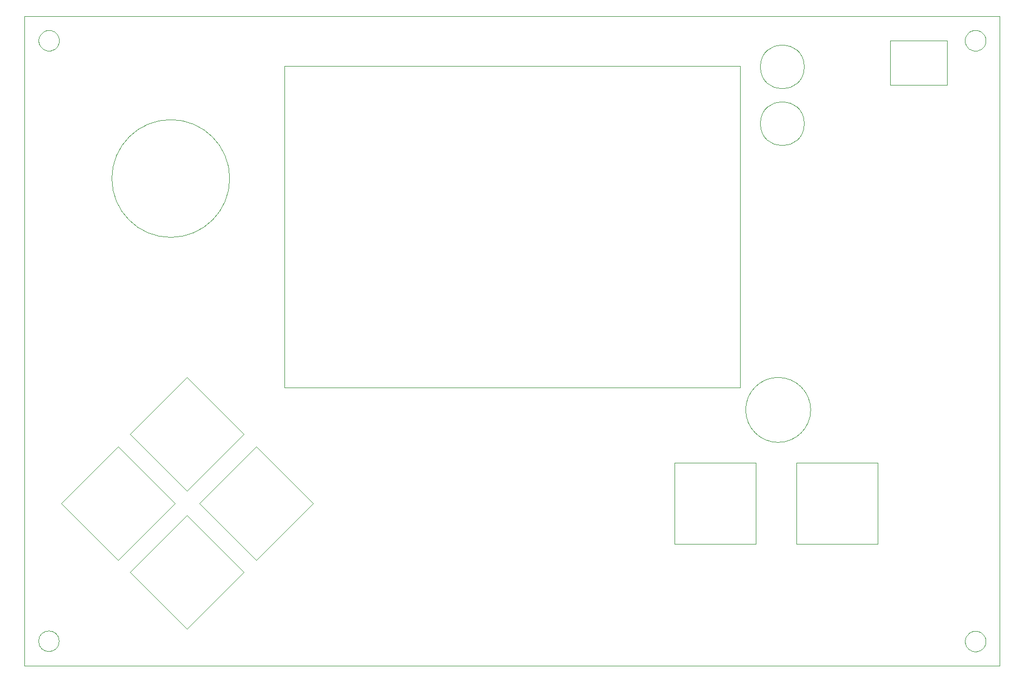
<source format=gbr>
G04 DipTrace 2.4.0.2*
%INTopCase.gbr*%
%MOIN*%
%ADD16C,0.0013*%
%ADD17C,0.0*%
%FSLAX44Y44*%
G04*
G70*
G90*
G75*
G01*
%LNTop Case*%
%LPD*%
X5375Y30000D2*
D16*
G02X5375Y30000I3625J0D01*
G01*
X10000Y17750D2*
D17*
X6500Y14250D1*
X10000Y10750D1*
X13500Y14250D1*
X10000Y17750D1*
X15990Y36910D2*
D16*
X44040D1*
Y17140D1*
X15990D1*
Y36910D1*
X870Y1502D2*
G02X870Y1502I633J0D01*
G01*
X57865Y1500D2*
X57867Y1544D1*
X57871Y1588D1*
X57879Y1631D1*
X57890Y1674D1*
X57903Y1715D1*
X57920Y1756D1*
X57939Y1796D1*
X57961Y1834D1*
X57986Y1870D1*
X58014Y1905D1*
X58043Y1938D1*
X58075Y1968D1*
X58109Y1996D1*
X58145Y2022D1*
X58182Y2046D1*
X58222Y2066D1*
X58262Y2084D1*
X58304Y2099D1*
X58346Y2111D1*
X58390Y2120D1*
X58434Y2127D1*
X58478Y2130D1*
X58522D1*
X58566Y2127D1*
X58610Y2120D1*
X58654Y2111D1*
X58696Y2099D1*
X58738Y2084D1*
X58778Y2066D1*
X58818Y2046D1*
X58855Y2022D1*
X58891Y1996D1*
X58925Y1968D1*
X58957Y1938D1*
X58986Y1905D1*
X59014Y1870D1*
X59039Y1834D1*
X59061Y1796D1*
X59080Y1756D1*
X59097Y1715D1*
X59110Y1674D1*
X59121Y1631D1*
X59129Y1588D1*
X59133Y1544D1*
X59135Y1500D1*
X59133Y1456D1*
X59129Y1412D1*
X59121Y1369D1*
X59110Y1326D1*
X59097Y1285D1*
X59080Y1244D1*
X59061Y1204D1*
X59039Y1166D1*
X59014Y1130D1*
X58986Y1095D1*
X58957Y1062D1*
X58925Y1032D1*
X58891Y1004D1*
X58855Y978D1*
X58818Y954D1*
X58778Y934D1*
X58738Y916D1*
X58696Y901D1*
X58654Y889D1*
X58610Y880D1*
X58566Y873D1*
X58522Y870D1*
X58478D1*
X58434Y873D1*
X58390Y880D1*
X58346Y889D1*
X58304Y901D1*
X58262Y916D1*
X58222Y934D1*
X58182Y954D1*
X58145Y978D1*
X58109Y1004D1*
X58075Y1032D1*
X58043Y1062D1*
X58014Y1095D1*
X57986Y1130D1*
X57961Y1166D1*
X57939Y1204D1*
X57920Y1244D1*
X57903Y1285D1*
X57890Y1326D1*
X57879Y1369D1*
X57871Y1412D1*
X57867Y1456D1*
X57865Y1500D1*
X57860Y38500D2*
X57862Y38544D1*
X57866Y38588D1*
X57874Y38632D1*
X57885Y38675D1*
X57899Y38717D1*
X57915Y38758D1*
X57935Y38798D1*
X57957Y38836D1*
X57982Y38873D1*
X58010Y38908D1*
X58040Y38941D1*
X58072Y38972D1*
X58106Y39000D1*
X58142Y39026D1*
X58180Y39050D1*
X58219Y39071D1*
X58260Y39089D1*
X58302Y39104D1*
X58345Y39116D1*
X58389Y39125D1*
X58433Y39132D1*
X58478Y39135D1*
X58522D1*
X58567Y39132D1*
X58611Y39125D1*
X58655Y39116D1*
X58698Y39104D1*
X58740Y39089D1*
X58781Y39071D1*
X58820Y39050D1*
X58858Y39026D1*
X58894Y39000D1*
X58928Y38972D1*
X58960Y38941D1*
X58990Y38908D1*
X59018Y38873D1*
X59043Y38836D1*
X59065Y38798D1*
X59085Y38758D1*
X59101Y38717D1*
X59115Y38675D1*
X59126Y38632D1*
X59134Y38588D1*
X59138Y38544D1*
X59140Y38500D1*
X59138Y38456D1*
X59134Y38412D1*
X59126Y38368D1*
X59115Y38325D1*
X59101Y38283D1*
X59085Y38242D1*
X59065Y38202D1*
X59043Y38164D1*
X59018Y38127D1*
X58990Y38092D1*
X58960Y38059D1*
X58928Y38028D1*
X58894Y38000D1*
X58858Y37974D1*
X58820Y37950D1*
X58781Y37929D1*
X58740Y37911D1*
X58698Y37896D1*
X58655Y37884D1*
X58611Y37875D1*
X58567Y37868D1*
X58522Y37865D1*
X58478D1*
X58433Y37868D1*
X58389Y37875D1*
X58345Y37884D1*
X58302Y37896D1*
X58260Y37911D1*
X58219Y37929D1*
X58180Y37950D1*
X58142Y37974D1*
X58106Y38000D1*
X58072Y38028D1*
X58040Y38059D1*
X58010Y38092D1*
X57982Y38127D1*
X57957Y38164D1*
X57935Y38202D1*
X57915Y38242D1*
X57899Y38283D1*
X57885Y38325D1*
X57874Y38368D1*
X57866Y38412D1*
X57862Y38456D1*
X57860Y38500D1*
X870D2*
X872Y38544D1*
X876Y38588D1*
X884Y38632D1*
X894Y38675D1*
X908Y38717D1*
X924Y38758D1*
X944Y38798D1*
X966Y38836D1*
X990Y38873D1*
X1017Y38908D1*
X1047Y38941D1*
X1078Y38972D1*
X1112Y39000D1*
X1148Y39026D1*
X1185Y39050D1*
X1224Y39071D1*
X1264Y39089D1*
X1305Y39104D1*
X1348Y39116D1*
X1391Y39125D1*
X1434Y39132D1*
X1478Y39135D1*
X1522D1*
X1566Y39132D1*
X1609Y39125D1*
X1652Y39116D1*
X1695Y39104D1*
X1736Y39089D1*
X1776Y39071D1*
X1815Y39050D1*
X1852Y39026D1*
X1888Y39000D1*
X1922Y38972D1*
X1953Y38941D1*
X1983Y38908D1*
X2010Y38873D1*
X2034Y38836D1*
X2056Y38798D1*
X2076Y38758D1*
X2092Y38717D1*
X2106Y38675D1*
X2116Y38632D1*
X2124Y38588D1*
X2128Y38544D1*
X2130Y38500D1*
X2128Y38456D1*
X2124Y38412D1*
X2116Y38368D1*
X2106Y38325D1*
X2092Y38283D1*
X2076Y38242D1*
X2056Y38202D1*
X2034Y38164D1*
X2010Y38127D1*
X1983Y38092D1*
X1953Y38059D1*
X1922Y38028D1*
X1888Y38000D1*
X1852Y37974D1*
X1815Y37950D1*
X1776Y37929D1*
X1736Y37911D1*
X1695Y37896D1*
X1652Y37884D1*
X1609Y37875D1*
X1566Y37868D1*
X1522Y37865D1*
X1478D1*
X1434Y37868D1*
X1391Y37875D1*
X1348Y37884D1*
X1305Y37896D1*
X1264Y37911D1*
X1224Y37929D1*
X1185Y37950D1*
X1148Y37974D1*
X1112Y38000D1*
X1078Y38028D1*
X1047Y38059D1*
X1017Y38092D1*
X990Y38127D1*
X966Y38164D1*
X944Y38202D1*
X924Y38242D1*
X908Y38283D1*
X894Y38325D1*
X884Y38368D1*
X876Y38412D1*
X872Y38456D1*
X870Y38500D1*
X45275Y36875D2*
G02X45275Y36875I1350J0D01*
G01*
X0Y40000D2*
X60000D1*
Y0D1*
X0D1*
Y40000D1*
X14250Y13500D2*
D17*
X10750Y10000D1*
X14250Y6500D1*
X17750Y10000D1*
X14250Y13500D1*
X10000Y9250D2*
X6500Y5750D1*
X10000Y2250D1*
X13500Y5750D1*
X10000Y9250D1*
X5750Y13500D2*
X2250Y10000D1*
X5750Y6500D1*
X9250Y10000D1*
X5750Y13500D1*
X40000Y12500D2*
D16*
X45000D1*
Y7500D1*
X40000D1*
Y12500D1*
X47500D2*
X52500D1*
Y7500D1*
X47500D1*
Y12500D1*
X45275Y33375D2*
G02X45275Y33375I1350J0D01*
G01*
X53250Y38500D2*
X56750D1*
Y35750D1*
X53250D1*
Y38500D1*
X44370Y15750D2*
G02X44370Y15750I2000J0D01*
G01*
M02*

</source>
